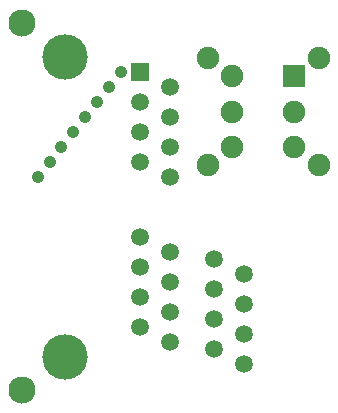
<source format=gts>
%FSLAX33Y33*%
%MOMM*%
%AMRect-W1500000-H1500000-RO0.500*
21,1,1.5,1.5,0.,0.,270*%
%AMRect-W1900000-H1900000-RO0.500*
21,1,1.9,1.9,0.,0.,270*%
%ADD10C,1.0668*%
%ADD11C,1.5*%
%ADD12C,3.85*%
%ADD13C,2.3*%
%ADD14Rect-W1500000-H1500000-RO0.500*%
%ADD15C,1.9*%
%ADD16Rect-W1900000-H1900000-RO0.500*%
%ADD17C,1.49*%
D10*
%LNtop solder mask_traces*%
G01*
X9500Y33160D03*
X6500Y29350D03*
X7500Y30620D03*
X4500Y26810D03*
X8500Y31890D03*
X10500Y34430D03*
X3500Y25540D03*
X5500Y28080D03*
%LNtop solder mask component 81390542205083f1*%
D11*
X14695Y30620D03*
X14695Y28080D03*
X14695Y25540D03*
X12155Y26810D03*
X12155Y31890D03*
X12155Y29350D03*
X14695Y33160D03*
X12155Y15380D03*
X12155Y12840D03*
X14695Y16650D03*
X14695Y14110D03*
X14695Y11570D03*
X14695Y19190D03*
X12155Y17920D03*
X12155Y20460D03*
D12*
X5805Y35700D03*
X5805Y10300D03*
D13*
X2125Y38500D03*
X2125Y7500D03*
D14*
X12155Y34430D03*
%LNtop solder mask component 0e1364f0201fcbb8*%
D15*
X25224Y31040D03*
X25224Y28040D03*
X19924Y34040D03*
X19924Y31040D03*
X19924Y28040D03*
X27274Y35540D03*
X27274Y26540D03*
X17874Y35540D03*
X17874Y26540D03*
D16*
X25224Y34040D03*
%LNtop solder mask component f3fd09079bb1218d*%
D17*
X18384Y10941D03*
X18384Y13481D03*
X18384Y16021D03*
X18384Y18561D03*
X20924Y17291D03*
X20924Y14751D03*
X20924Y12211D03*
X20924Y9671D03*
M02*
</source>
